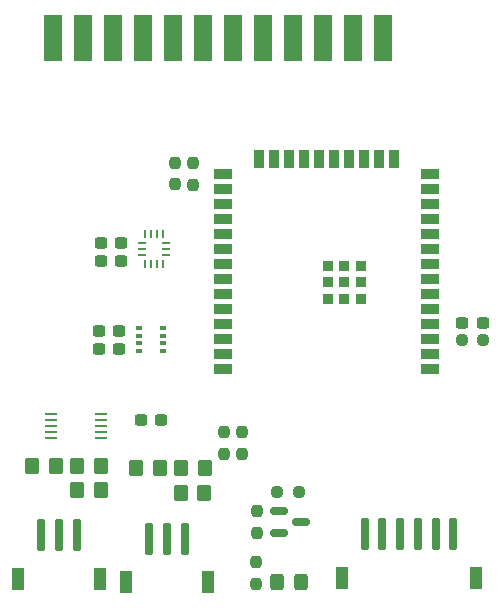
<source format=gtp>
%TF.GenerationSoftware,KiCad,Pcbnew,9.0.0-9.0.0-2~ubuntu24.04.1*%
%TF.CreationDate,2025-03-07T10:50:57+01:00*%
%TF.ProjectId,SensorBoard,53656e73-6f72-4426-9f61-72642e6b6963,rev?*%
%TF.SameCoordinates,Original*%
%TF.FileFunction,Paste,Top*%
%TF.FilePolarity,Positive*%
%FSLAX46Y46*%
G04 Gerber Fmt 4.6, Leading zero omitted, Abs format (unit mm)*
G04 Created by KiCad (PCBNEW 9.0.0-9.0.0-2~ubuntu24.04.1) date 2025-03-07 10:50:57*
%MOMM*%
%LPD*%
G01*
G04 APERTURE LIST*
G04 Aperture macros list*
%AMRoundRect*
0 Rectangle with rounded corners*
0 $1 Rounding radius*
0 $2 $3 $4 $5 $6 $7 $8 $9 X,Y pos of 4 corners*
0 Add a 4 corners polygon primitive as box body*
4,1,4,$2,$3,$4,$5,$6,$7,$8,$9,$2,$3,0*
0 Add four circle primitives for the rounded corners*
1,1,$1+$1,$2,$3*
1,1,$1+$1,$4,$5*
1,1,$1+$1,$6,$7*
1,1,$1+$1,$8,$9*
0 Add four rect primitives between the rounded corners*
20,1,$1+$1,$2,$3,$4,$5,0*
20,1,$1+$1,$4,$5,$6,$7,0*
20,1,$1+$1,$6,$7,$8,$9,0*
20,1,$1+$1,$8,$9,$2,$3,0*%
G04 Aperture macros list end*
%ADD10RoundRect,0.237500X0.300000X0.237500X-0.300000X0.237500X-0.300000X-0.237500X0.300000X-0.237500X0*%
%ADD11R,1.500000X0.900000*%
%ADD12R,0.900000X1.500000*%
%ADD13R,0.900000X0.900000*%
%ADD14RoundRect,0.237500X-0.300000X-0.237500X0.300000X-0.237500X0.300000X0.237500X-0.300000X0.237500X0*%
%ADD15RoundRect,0.175000X-0.175000X-1.175000X0.175000X-1.175000X0.175000X1.175000X-0.175000X1.175000X0*%
%ADD16RoundRect,0.250000X-0.300000X-0.700000X0.300000X-0.700000X0.300000X0.700000X-0.300000X0.700000X0*%
%ADD17RoundRect,0.250000X0.350000X0.450000X-0.350000X0.450000X-0.350000X-0.450000X0.350000X-0.450000X0*%
%ADD18RoundRect,0.237500X-0.237500X0.250000X-0.237500X-0.250000X0.237500X-0.250000X0.237500X0.250000X0*%
%ADD19R,1.100000X0.250000*%
%ADD20RoundRect,0.237500X0.237500X-0.250000X0.237500X0.250000X-0.237500X0.250000X-0.237500X-0.250000X0*%
%ADD21R,0.250000X0.675000*%
%ADD22R,0.675000X0.250000*%
%ADD23RoundRect,0.237500X-0.250000X-0.237500X0.250000X-0.237500X0.250000X0.237500X-0.250000X0.237500X0*%
%ADD24RoundRect,0.150000X-0.587500X-0.150000X0.587500X-0.150000X0.587500X0.150000X-0.587500X0.150000X0*%
%ADD25RoundRect,0.250000X0.325000X0.450000X-0.325000X0.450000X-0.325000X-0.450000X0.325000X-0.450000X0*%
%ADD26R,1.500000X4.000000*%
%ADD27R,0.500000X0.350000*%
G04 APERTURE END LIST*
D10*
X185657500Y-116970000D03*
X183932500Y-116970000D03*
D11*
X181183000Y-120896000D03*
X181183000Y-119626000D03*
X181183000Y-118356000D03*
X181183000Y-117086000D03*
X181183000Y-115816000D03*
X181183000Y-114546000D03*
X181183000Y-113276000D03*
X181183000Y-112006000D03*
X181183000Y-110736000D03*
X181183000Y-109466000D03*
X181183000Y-108196000D03*
X181183000Y-106926000D03*
X181183000Y-105656000D03*
X181183000Y-104386000D03*
D12*
X178148000Y-103136000D03*
X176878000Y-103136000D03*
X175608000Y-103136000D03*
X174338000Y-103136000D03*
X173068000Y-103136000D03*
X171798000Y-103136000D03*
X170528000Y-103136000D03*
X169258000Y-103136000D03*
X167988000Y-103136000D03*
X166718000Y-103136000D03*
D11*
X163683000Y-104386000D03*
X163683000Y-105656000D03*
X163683000Y-106926000D03*
X163683000Y-108196000D03*
X163683000Y-109466000D03*
X163683000Y-110736000D03*
X163683000Y-112006000D03*
X163683000Y-113276000D03*
X163683000Y-114546000D03*
X163683000Y-115816000D03*
X163683000Y-117086000D03*
X163683000Y-118356000D03*
X163683000Y-119626000D03*
X163683000Y-120896000D03*
D13*
X175333000Y-114956000D03*
X175333000Y-113556000D03*
X175333000Y-112156000D03*
X173933000Y-114956000D03*
X173933000Y-113556000D03*
X173933000Y-112156000D03*
X172533000Y-114956000D03*
X172533000Y-113556000D03*
X172533000Y-112156000D03*
D10*
X155029500Y-111767500D03*
X153304500Y-111767500D03*
D14*
X156698500Y-125214000D03*
X158423500Y-125214000D03*
D15*
X175667000Y-134866000D03*
X177167000Y-134866000D03*
X178667000Y-134866000D03*
X180167000Y-134866000D03*
X181667000Y-134866000D03*
X183167000Y-134866000D03*
D16*
X173717000Y-138566000D03*
X185117000Y-138566000D03*
D17*
X162085000Y-131368000D03*
X160085000Y-131368000D03*
D10*
X154876500Y-119230000D03*
X153151500Y-119230000D03*
D18*
X165308000Y-126230000D03*
X165308000Y-128055000D03*
D19*
X149061000Y-124722000D03*
X149061000Y-125222000D03*
X149061000Y-125722000D03*
X149061000Y-126222000D03*
X149061000Y-126722000D03*
X153361000Y-126722000D03*
X153361000Y-126222000D03*
X153361000Y-125722000D03*
X153361000Y-125222000D03*
X153361000Y-124722000D03*
D20*
X166529500Y-134762500D03*
X166529500Y-132937500D03*
D21*
X158565000Y-109481000D03*
X158065000Y-109481000D03*
X157565000Y-109481000D03*
X157065000Y-109481000D03*
D22*
X156802500Y-110243500D03*
X156802500Y-110743500D03*
X156802500Y-111243500D03*
D21*
X157065000Y-112006000D03*
X157565000Y-112006000D03*
X158065000Y-112006000D03*
X158565000Y-112006000D03*
D22*
X158827500Y-111243500D03*
X158827500Y-110743500D03*
X158827500Y-110243500D03*
D15*
X157437000Y-135256000D03*
X158937000Y-135256000D03*
X160437000Y-135256000D03*
D16*
X155487000Y-138956000D03*
X162387000Y-138956000D03*
D20*
X166451000Y-139080500D03*
X166451000Y-137255500D03*
D23*
X168260500Y-131310000D03*
X170085500Y-131310000D03*
D17*
X153293000Y-131166000D03*
X151293000Y-131166000D03*
X153293000Y-129134000D03*
X151293000Y-129134000D03*
X162101000Y-129278000D03*
X160101000Y-129278000D03*
D18*
X163784000Y-126230000D03*
X163784000Y-128055000D03*
D10*
X155029500Y-110243500D03*
X153304500Y-110243500D03*
D24*
X168386000Y-132900000D03*
X168386000Y-134800000D03*
X170261000Y-133850000D03*
D23*
X183882500Y-118483000D03*
X185707500Y-118483000D03*
D25*
X170270000Y-138930000D03*
X168220000Y-138930000D03*
D18*
X161117000Y-103473500D03*
X161117000Y-105298500D03*
X159593000Y-103450000D03*
X159593000Y-105275000D03*
D17*
X149483000Y-129134000D03*
X147483000Y-129134000D03*
D10*
X154876500Y-117706000D03*
X153151500Y-117706000D03*
D26*
X149305000Y-92870000D03*
X151845000Y-92870000D03*
X154385000Y-92870000D03*
X156925000Y-92870000D03*
X159465000Y-92870000D03*
X162005000Y-92870000D03*
X164545000Y-92870000D03*
X167085000Y-92870000D03*
X169625000Y-92870000D03*
X172165000Y-92870000D03*
X174705000Y-92870000D03*
X177245000Y-92870000D03*
D27*
X158595000Y-117422000D03*
X158595000Y-118072000D03*
X158595000Y-118722000D03*
X158595000Y-119372000D03*
X156545000Y-119372000D03*
X156545000Y-118722000D03*
X156545000Y-118072000D03*
X156545000Y-117422000D03*
D15*
X148293000Y-134976000D03*
X149793000Y-134976000D03*
X151293000Y-134976000D03*
D16*
X146343000Y-138676000D03*
X153243000Y-138676000D03*
D17*
X158291000Y-129278000D03*
X156291000Y-129278000D03*
M02*

</source>
